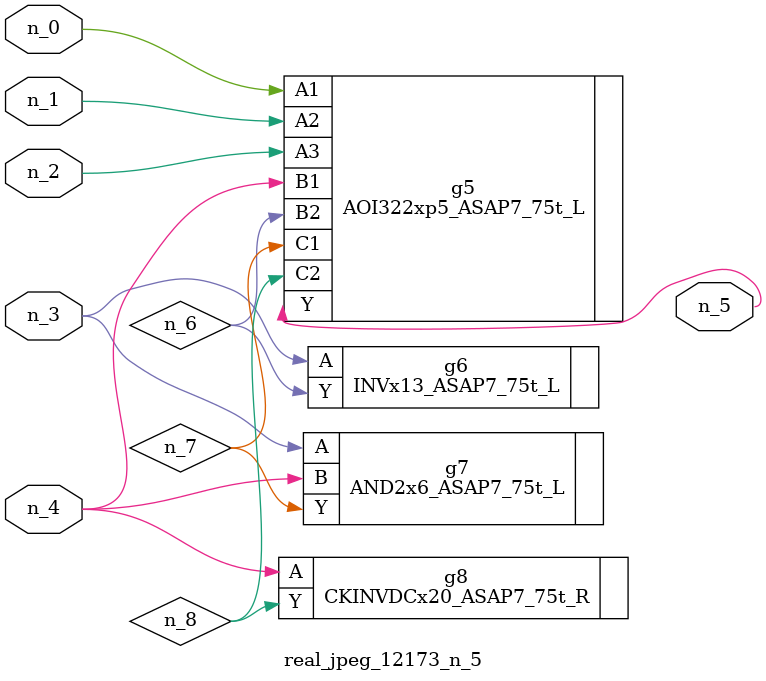
<source format=v>
module real_jpeg_12173_n_5 (n_4, n_0, n_1, n_2, n_3, n_5);

input n_4;
input n_0;
input n_1;
input n_2;
input n_3;

output n_5;

wire n_8;
wire n_6;
wire n_7;

AOI322xp5_ASAP7_75t_L g5 ( 
.A1(n_0),
.A2(n_1),
.A3(n_2),
.B1(n_4),
.B2(n_6),
.C1(n_7),
.C2(n_8),
.Y(n_5)
);

INVx13_ASAP7_75t_L g6 ( 
.A(n_3),
.Y(n_6)
);

AND2x6_ASAP7_75t_L g7 ( 
.A(n_3),
.B(n_4),
.Y(n_7)
);

CKINVDCx20_ASAP7_75t_R g8 ( 
.A(n_4),
.Y(n_8)
);


endmodule
</source>
